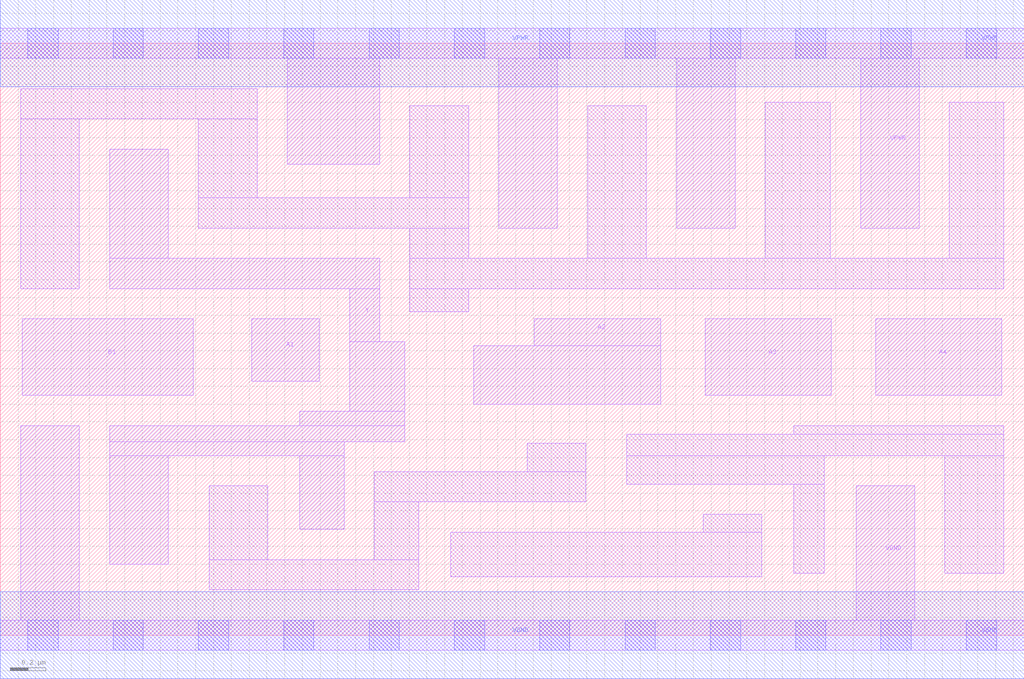
<source format=lef>
# Copyright 2020 The SkyWater PDK Authors
#
# Licensed under the Apache License, Version 2.0 (the "License");
# you may not use this file except in compliance with the License.
# You may obtain a copy of the License at
#
#     https://www.apache.org/licenses/LICENSE-2.0
#
# Unless required by applicable law or agreed to in writing, software
# distributed under the License is distributed on an "AS IS" BASIS,
# WITHOUT WARRANTIES OR CONDITIONS OF ANY KIND, either express or implied.
# See the License for the specific language governing permissions and
# limitations under the License.
#
# SPDX-License-Identifier: Apache-2.0

VERSION 5.7 ;
  NAMESCASESENSITIVE ON ;
  NOWIREEXTENSIONATPIN ON ;
  DIVIDERCHAR "/" ;
  BUSBITCHARS "[]" ;
UNITS
  DATABASE MICRONS 200 ;
END UNITS
MACRO sky130_fd_sc_ls__a41oi_2
  CLASS CORE ;
  SOURCE USER ;
  FOREIGN sky130_fd_sc_ls__a41oi_2 ;
  ORIGIN  0.000000  0.000000 ;
  SIZE  5.760000 BY  3.330000 ;
  SYMMETRY X Y ;
  SITE unit ;
  PIN A1
    ANTENNAGATEAREA  0.558000 ;
    DIRECTION INPUT ;
    USE SIGNAL ;
    PORT
      LAYER li1 ;
        RECT 1.415000 1.430000 1.795000 1.780000 ;
    END
  END A1
  PIN A2
    ANTENNAGATEAREA  0.558000 ;
    DIRECTION INPUT ;
    USE SIGNAL ;
    PORT
      LAYER li1 ;
        RECT 2.665000 1.300000 3.715000 1.630000 ;
        RECT 3.005000 1.630000 3.715000 1.780000 ;
    END
  END A2
  PIN A3
    ANTENNAGATEAREA  0.558000 ;
    DIRECTION INPUT ;
    USE SIGNAL ;
    PORT
      LAYER li1 ;
        RECT 3.965000 1.350000 4.675000 1.780000 ;
    END
  END A3
  PIN A4
    ANTENNAGATEAREA  0.558000 ;
    DIRECTION INPUT ;
    USE SIGNAL ;
    PORT
      LAYER li1 ;
        RECT 4.925000 1.350000 5.635000 1.780000 ;
    END
  END A4
  PIN B1
    ANTENNAGATEAREA  0.447000 ;
    DIRECTION INPUT ;
    USE SIGNAL ;
    PORT
      LAYER li1 ;
        RECT 0.125000 1.350000 1.085000 1.780000 ;
    END
  END B1
  PIN Y
    ANTENNADIFFAREA  0.810100 ;
    DIRECTION OUTPUT ;
    USE SIGNAL ;
    PORT
      LAYER li1 ;
        RECT 0.615000 0.400000 0.945000 1.010000 ;
        RECT 0.615000 1.010000 1.935000 1.090000 ;
        RECT 0.615000 1.090000 2.275000 1.180000 ;
        RECT 0.615000 1.950000 2.135000 2.120000 ;
        RECT 0.615000 2.120000 0.945000 2.735000 ;
        RECT 1.685000 0.595000 1.935000 1.010000 ;
        RECT 1.685000 1.180000 2.275000 1.260000 ;
        RECT 1.965000 1.260000 2.275000 1.650000 ;
        RECT 1.965000 1.650000 2.135000 1.950000 ;
    END
  END Y
  PIN VGND
    DIRECTION INOUT ;
    SHAPE ABUTMENT ;
    USE GROUND ;
    PORT
      LAYER li1 ;
        RECT 0.000000 -0.085000 5.760000 0.085000 ;
        RECT 0.115000  0.085000 0.445000 1.180000 ;
        RECT 4.815000  0.085000 5.145000 0.840000 ;
      LAYER mcon ;
        RECT 0.155000 -0.085000 0.325000 0.085000 ;
        RECT 0.635000 -0.085000 0.805000 0.085000 ;
        RECT 1.115000 -0.085000 1.285000 0.085000 ;
        RECT 1.595000 -0.085000 1.765000 0.085000 ;
        RECT 2.075000 -0.085000 2.245000 0.085000 ;
        RECT 2.555000 -0.085000 2.725000 0.085000 ;
        RECT 3.035000 -0.085000 3.205000 0.085000 ;
        RECT 3.515000 -0.085000 3.685000 0.085000 ;
        RECT 3.995000 -0.085000 4.165000 0.085000 ;
        RECT 4.475000 -0.085000 4.645000 0.085000 ;
        RECT 4.955000 -0.085000 5.125000 0.085000 ;
        RECT 5.435000 -0.085000 5.605000 0.085000 ;
      LAYER met1 ;
        RECT 0.000000 -0.245000 5.760000 0.245000 ;
    END
  END VGND
  PIN VPWR
    DIRECTION INOUT ;
    SHAPE ABUTMENT ;
    USE POWER ;
    PORT
      LAYER li1 ;
        RECT 0.000000 3.245000 5.760000 3.415000 ;
        RECT 1.615000 2.650000 2.135000 3.245000 ;
        RECT 2.805000 2.290000 3.135000 3.245000 ;
        RECT 3.805000 2.290000 4.135000 3.245000 ;
        RECT 4.840000 2.290000 5.170000 3.245000 ;
      LAYER mcon ;
        RECT 0.155000 3.245000 0.325000 3.415000 ;
        RECT 0.635000 3.245000 0.805000 3.415000 ;
        RECT 1.115000 3.245000 1.285000 3.415000 ;
        RECT 1.595000 3.245000 1.765000 3.415000 ;
        RECT 2.075000 3.245000 2.245000 3.415000 ;
        RECT 2.555000 3.245000 2.725000 3.415000 ;
        RECT 3.035000 3.245000 3.205000 3.415000 ;
        RECT 3.515000 3.245000 3.685000 3.415000 ;
        RECT 3.995000 3.245000 4.165000 3.415000 ;
        RECT 4.475000 3.245000 4.645000 3.415000 ;
        RECT 4.955000 3.245000 5.125000 3.415000 ;
        RECT 5.435000 3.245000 5.605000 3.415000 ;
      LAYER met1 ;
        RECT 0.000000 3.085000 5.760000 3.575000 ;
    END
  END VPWR
  OBS
    LAYER li1 ;
      RECT 0.115000 1.950000 0.445000 2.905000 ;
      RECT 0.115000 2.905000 1.445000 3.075000 ;
      RECT 1.115000 2.290000 2.635000 2.460000 ;
      RECT 1.115000 2.460000 1.445000 2.905000 ;
      RECT 1.175000 0.255000 2.355000 0.425000 ;
      RECT 1.175000 0.425000 1.505000 0.840000 ;
      RECT 2.105000 0.425000 2.355000 0.750000 ;
      RECT 2.105000 0.750000 3.295000 0.920000 ;
      RECT 2.305000 1.820000 2.635000 1.950000 ;
      RECT 2.305000 1.950000 5.645000 2.120000 ;
      RECT 2.305000 2.120000 2.635000 2.290000 ;
      RECT 2.305000 2.460000 2.635000 2.980000 ;
      RECT 2.535000 0.330000 4.285000 0.580000 ;
      RECT 2.965000 0.920000 3.295000 1.080000 ;
      RECT 3.305000 2.120000 3.635000 2.980000 ;
      RECT 3.525000 0.850000 4.635000 1.010000 ;
      RECT 3.525000 1.010000 5.645000 1.130000 ;
      RECT 3.955000 0.580000 4.285000 0.680000 ;
      RECT 4.305000 2.120000 4.670000 3.000000 ;
      RECT 4.465000 0.350000 4.635000 0.850000 ;
      RECT 4.465000 1.130000 5.645000 1.180000 ;
      RECT 5.315000 0.350000 5.645000 1.010000 ;
      RECT 5.340000 2.120000 5.645000 3.000000 ;
  END
END sky130_fd_sc_ls__a41oi_2

</source>
